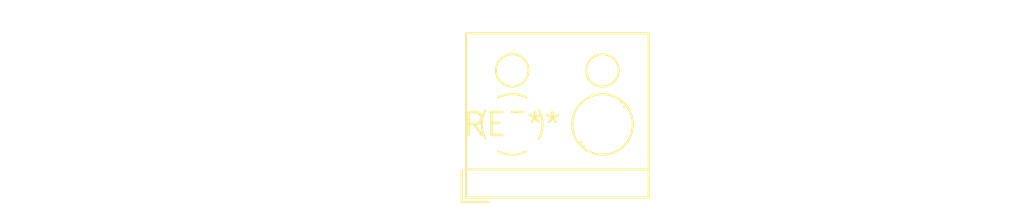
<source format=kicad_pcb>
(kicad_pcb (version 20240108) (generator pcbnew)
  (layers (0 "F.Cu" signal) (31 "B.Cu" signal) (34 "B.Paste" user) (35 "F.Paste" user) (36 "B.SilkS" user "B.Silkscreen") (37 "F.SilkS" user "F.Silkscreen") (38 "B.Mask" user) (39 "F.Mask" user) (44 "Edge.Cuts" user))
  (net 0 "")
  (footprint "TerminalBlock_RND_205-00001_1x02_P5.00mm_Horizontal" (layer "F.Cu") (at 0 0)
    (property "Reference" "REF**")
    (property "Value" "TerminalBlock_RND_205-00001_1x02_P5.00mm_Horizontal")
    (fp_line (start -2.8 2.56) (end -2.8 4.3) (layer "F.SilkS") (stroke (width 0.12)))
    (fp_line (start -2.8 4.3) (end -1.3 4.3) (layer "F.SilkS") (stroke (width 0.12)))
    (fp_line (start -2.56 -5.06) (end -2.56 4.06) (layer "F.SilkS") (stroke (width 0.12)))
    (fp_line (start -2.56 -5.06) (end 7.56 -5.06) (layer "F.SilkS") (stroke (width 0.12)))
    (fp_line (start -2.56 2.5) (end 7.56 2.5) (layer "F.SilkS") (stroke (width 0.12)))
    (fp_line (start -2.56 4.06) (end 7.56 4.06) (layer "F.SilkS") (stroke (width 0.12)))
    (fp_line (start 3.82 0.976) (end 3.726 1.069) (layer "F.SilkS") (stroke (width 0.12)))
    (fp_line (start 3.99 1.216) (end 3.931 1.274) (layer "F.SilkS") (stroke (width 0.12)))
    (fp_line (start 6.07 -1.275) (end 6.011 -1.216) (layer "F.SilkS") (stroke (width 0.12)))
    (fp_line (start 6.275 -1.069) (end 6.181 -0.976) (layer "F.SilkS") (stroke (width 0.12)))
    (fp_line (start 7.56 -5.06) (end 7.56 4.06) (layer "F.SilkS") (stroke (width 0.12)))
    (fp_arc (start -1.483953 0.789089) (mid -1.680708 5e-05) (end -1.484 -0.789) (layer "F.SilkS") (stroke (width 0.12)))
    (fp_arc (start -0.789089 -1.483953) (mid -5e-05 -1.680708) (end 0.789 -1.484) (layer "F.SilkS") (stroke (width 0.12)))
    (fp_arc (start 0.029383 1.68045) (mid -0.392304 1.634281) (end -0.789 1.484) (layer "F.SilkS") (stroke (width 0.12)))
    (fp_arc (start 0.788712 1.483352) (mid 0.406429 1.630097) (end 0 1.68) (layer "F.SilkS") (stroke (width 0.12)))
    (fp_arc (start 1.483953 -0.789089) (mid 1.680708 -5e-05) (end 1.484 0.789) (layer "F.SilkS") (stroke (width 0.12)))
    (fp_circle (center 0 -3) (end 0.9 -3) (layer "F.SilkS") (stroke (width 0.12)) (fill none))
    (fp_circle (center 5 -3) (end 5.9 -3) (layer "F.SilkS") (stroke (width 0.12)) (fill none))
    (fp_circle (center 5 0) (end 6.68 0) (layer "F.SilkS") (stroke (width 0.12)) (fill none))
    (pad "1" thru_hole rect (at 0 0) (size 2.5 2.5) (drill 1.3) (layers *.Cu *.Mask) (remove_unused_layers))
    (pad "2" thru_hole circle (at 5 0) (size 2.5 2.5) (drill 1.3) (layers *.Cu *.Mask) (remove_unused_layers))
  )
)
</source>
